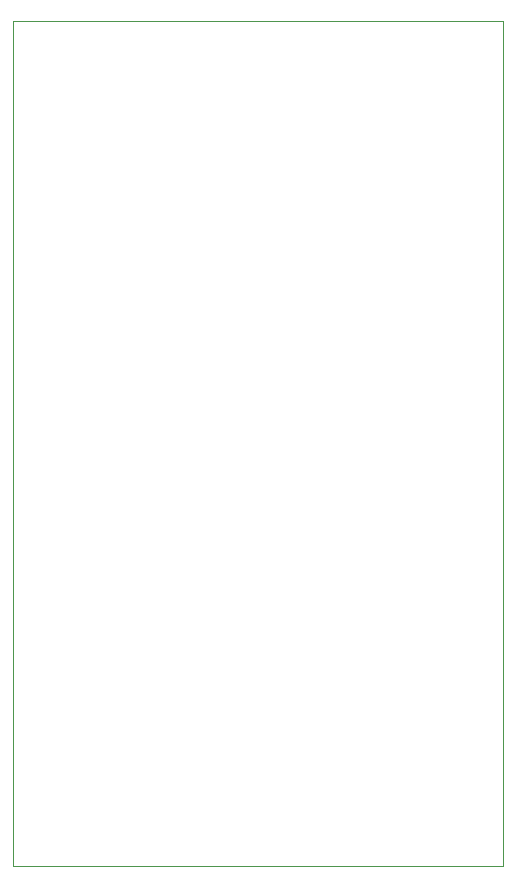
<source format=gm1>
%TF.GenerationSoftware,KiCad,Pcbnew,(6.0.7)*%
%TF.CreationDate,2022-10-19T23:25:32-04:00*%
%TF.ProjectId,Emrick,456d7269-636b-42e6-9b69-6361645f7063,1*%
%TF.SameCoordinates,Original*%
%TF.FileFunction,Profile,NP*%
%FSLAX46Y46*%
G04 Gerber Fmt 4.6, Leading zero omitted, Abs format (unit mm)*
G04 Created by KiCad (PCBNEW (6.0.7)) date 2022-10-19 23:25:32*
%MOMM*%
%LPD*%
G01*
G04 APERTURE LIST*
%TA.AperFunction,Profile*%
%ADD10C,0.100000*%
%TD*%
G04 APERTURE END LIST*
D10*
X123200000Y-19500000D02*
X123200000Y-91032500D01*
X81700000Y-19500000D02*
X123200000Y-19500000D01*
X81700000Y-91032500D02*
X81700000Y-19500000D01*
X81700000Y-91032500D02*
X123200000Y-91032500D01*
M02*

</source>
